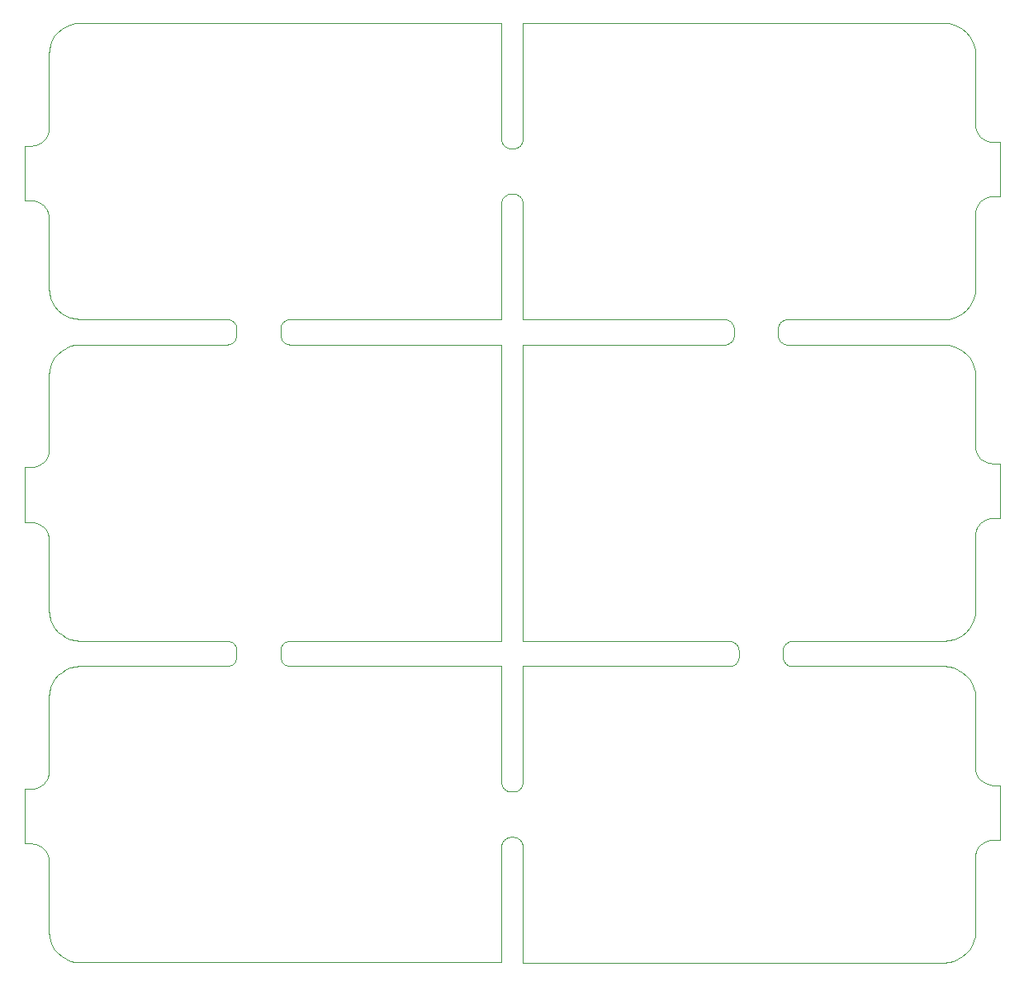
<source format=gko>
%MOIN*%
%OFA0B0*%
%FSLAX44Y44*%
%IPPOS*%
%LPD*%
%ADD10C,0*%
D10*
X00019252Y00008395D02*
X00019252Y00008395D01*
X00019252Y00013073D01*
X00010729Y00013073D01*
X00010698Y00013074D01*
X00010667Y00013077D01*
X00010637Y00013083D01*
X00010607Y00013092D01*
X00010579Y00013102D01*
X00010551Y00013115D01*
X00010524Y00013130D01*
X00010498Y00013147D01*
X00010474Y00013166D01*
X00010451Y00013187D01*
X00010430Y00013209D01*
X00010411Y00013233D01*
X00010394Y00013259D01*
X00010379Y00013286D01*
X00010366Y00013314D01*
X00010355Y00013342D01*
X00010346Y00013372D01*
X00010340Y00013402D01*
X00010336Y00013433D01*
X00010335Y00013463D01*
X00010333Y00013700D01*
X00010334Y00013731D01*
X00010338Y00013761D01*
X00010343Y00013792D01*
X00010352Y00013822D01*
X00010362Y00013851D01*
X00010375Y00013879D01*
X00010390Y00013907D01*
X00010407Y00013932D01*
X00010426Y00013957D01*
X00010447Y00013980D01*
X00010470Y00014001D01*
X00010494Y00014020D01*
X00010520Y00014038D01*
X00010547Y00014053D01*
X00010575Y00014066D01*
X00010605Y00014077D01*
X00010634Y00014085D01*
X00010665Y00014091D01*
X00010696Y00014095D01*
X00010727Y00014096D01*
X00019252Y00014096D01*
X00019252Y00026065D01*
X00010729Y00026065D01*
X00010698Y00026066D01*
X00010667Y00026069D01*
X00010637Y00026075D01*
X00010607Y00026084D01*
X00010579Y00026094D01*
X00010551Y00026107D01*
X00010524Y00026122D01*
X00010498Y00026139D01*
X00010474Y00026158D01*
X00010451Y00026179D01*
X00010430Y00026201D01*
X00010411Y00026226D01*
X00010394Y00026251D01*
X00010379Y00026278D01*
X00010366Y00026306D01*
X00010355Y00026335D01*
X00010346Y00026364D01*
X00010340Y00026394D01*
X00010336Y00026425D01*
X00010335Y00026455D01*
X00010333Y00026692D01*
X00010334Y00026723D01*
X00010338Y00026754D01*
X00010343Y00026784D01*
X00010352Y00026814D01*
X00010362Y00026843D01*
X00010375Y00026872D01*
X00010390Y00026899D01*
X00010407Y00026925D01*
X00010426Y00026949D01*
X00010447Y00026972D01*
X00010470Y00026993D01*
X00010494Y00027012D01*
X00010520Y00027030D01*
X00010547Y00027045D01*
X00010575Y00027058D01*
X00010605Y00027069D01*
X00010634Y00027077D01*
X00010665Y00027083D01*
X00010696Y00027087D01*
X00010727Y00027088D01*
X00019252Y00027088D01*
X00019252Y00031762D01*
X00019254Y00031793D01*
X00019257Y00031823D01*
X00019263Y00031854D01*
X00019272Y00031884D01*
X00019282Y00031913D01*
X00019295Y00031941D01*
X00019310Y00031968D01*
X00019328Y00031993D01*
X00019347Y00032018D01*
X00019368Y00032040D01*
X00019390Y00032061D01*
X00019415Y00032080D01*
X00019440Y00032098D01*
X00019467Y00032113D01*
X00019495Y00032126D01*
X00019524Y00032136D01*
X00019554Y00032145D01*
X00019585Y00032151D01*
X00019615Y00032154D01*
X00019646Y00032156D01*
X00019723Y00032156D01*
X00019754Y00032154D01*
X00019785Y00032151D01*
X00019815Y00032145D01*
X00019845Y00032136D01*
X00019874Y00032126D01*
X00019902Y00032113D01*
X00019929Y00032098D01*
X00019954Y00032080D01*
X00019979Y00032061D01*
X00020001Y00032040D01*
X00020022Y00032018D01*
X00020041Y00031993D01*
X00020059Y00031968D01*
X00020074Y00031941D01*
X00020087Y00031913D01*
X00020097Y00031884D01*
X00020106Y00031854D01*
X00020112Y00031823D01*
X00020115Y00031793D01*
X00020117Y00031762D01*
X00020117Y00027084D01*
X00028247Y00027084D01*
X00028278Y00027083D01*
X00028308Y00027079D01*
X00028338Y00027073D01*
X00028368Y00027065D01*
X00028397Y00027054D01*
X00028425Y00027041D01*
X00028452Y00027026D01*
X00028477Y00027009D01*
X00028501Y00026990D01*
X00028524Y00026970D01*
X00028545Y00026947D01*
X00028564Y00026923D01*
X00028581Y00026898D01*
X00028597Y00026871D01*
X00028610Y00026843D01*
X00028621Y00026814D01*
X00028629Y00026785D01*
X00028635Y00026754D01*
X00028639Y00026724D01*
X00028640Y00026693D01*
X00028642Y00026457D01*
X00028641Y00026426D01*
X00028638Y00026395D01*
X00028632Y00026365D01*
X00028624Y00026335D01*
X00028613Y00026305D01*
X00028600Y00026277D01*
X00028585Y00026250D01*
X00028568Y00026224D01*
X00028549Y00026200D01*
X00028528Y00026177D01*
X00028505Y00026155D01*
X00028481Y00026136D01*
X00028455Y00026119D01*
X00028428Y00026104D01*
X00028400Y00026091D01*
X00028371Y00026080D01*
X00028341Y00026071D01*
X00028310Y00026065D01*
X00028280Y00026062D01*
X00028249Y00026060D01*
X00020117Y00026060D01*
X00020117Y00014092D01*
X00028444Y00014092D01*
X00028474Y00014091D01*
X00028505Y00014087D01*
X00028535Y00014081D01*
X00028565Y00014073D01*
X00028594Y00014062D01*
X00028622Y00014049D01*
X00028648Y00014034D01*
X00028674Y00014017D01*
X00028698Y00013998D01*
X00028721Y00013978D01*
X00028742Y00013955D01*
X00028761Y00013931D01*
X00028778Y00013905D01*
X00028794Y00013879D01*
X00028807Y00013851D01*
X00028817Y00013822D01*
X00028826Y00013792D01*
X00028832Y00013762D01*
X00028836Y00013732D01*
X00028837Y00013701D01*
X00028839Y00013465D01*
X00028838Y00013434D01*
X00028835Y00013403D01*
X00028829Y00013372D01*
X00028821Y00013342D01*
X00028810Y00013313D01*
X00028797Y00013285D01*
X00028782Y00013258D01*
X00028765Y00013232D01*
X00028746Y00013207D01*
X00028725Y00013185D01*
X00028702Y00013163D01*
X00028678Y00013144D01*
X00028652Y00013127D01*
X00028625Y00013111D01*
X00028597Y00013098D01*
X00028568Y00013088D01*
X00028538Y00013079D01*
X00028507Y00013073D01*
X00028476Y00013069D01*
X00028445Y00013068D01*
X00020117Y00013068D01*
X00020117Y00008395D01*
X00020115Y00008364D01*
X00020112Y00008333D01*
X00020106Y00008303D01*
X00020097Y00008273D01*
X00020087Y00008244D01*
X00020074Y00008216D01*
X00020059Y00008189D01*
X00020041Y00008163D01*
X00020022Y00008139D01*
X00020001Y00008116D01*
X00019979Y00008095D01*
X00019954Y00008076D01*
X00019929Y00008059D01*
X00019902Y00008044D01*
X00019874Y00008031D01*
X00019845Y00008020D01*
X00019815Y00008012D01*
X00019785Y00008006D01*
X00019754Y00008002D01*
X00019723Y00008001D01*
X00019646Y00008001D01*
X00019615Y00008002D01*
X00019585Y00008006D01*
X00019554Y00008012D01*
X00019524Y00008020D01*
X00019495Y00008031D01*
X00019467Y00008044D01*
X00019440Y00008059D01*
X00019415Y00008076D01*
X00019390Y00008095D01*
X00019368Y00008116D01*
X00019347Y00008139D01*
X00019328Y00008163D01*
X00019310Y00008189D01*
X00019295Y00008216D01*
X00019282Y00008244D01*
X00019272Y00008273D01*
X00019263Y00008303D01*
X00019257Y00008333D01*
X00019254Y00008364D01*
X00019252Y00008395D01*
X00002245Y00013073D02*
X00002245Y00013073D01*
X00002047Y00013057D01*
X00001855Y00013011D01*
X00001673Y00012935D01*
X00001504Y00012832D01*
X00001354Y00012704D01*
X00001225Y00012553D01*
X00001122Y00012385D01*
X00001046Y00012202D01*
X00001000Y00012010D01*
X00000985Y00011813D01*
X00000984Y00008818D01*
X00000975Y00008708D01*
X00000949Y00008599D01*
X00000907Y00008497D01*
X00000848Y00008402D01*
X00000776Y00008317D01*
X00000692Y00008245D01*
X00000597Y00008187D01*
X00000494Y00008144D01*
X00000386Y00008118D01*
X00000275Y00008110D01*
X00000000Y00008110D01*
X00000000Y00005905D01*
X00000276Y00005905D01*
X00000387Y00005896D01*
X00000495Y00005870D01*
X00000598Y00005828D01*
X00000693Y00005770D01*
X00000777Y00005697D01*
X00000849Y00005613D01*
X00000907Y00005518D01*
X00000950Y00005415D01*
X00000976Y00005307D01*
X00000985Y00005196D01*
X00000985Y00002364D01*
X00001000Y00002167D01*
X00001046Y00001975D01*
X00001122Y00001792D01*
X00001225Y00001623D01*
X00001354Y00001473D01*
X00001504Y00001345D01*
X00001673Y00001241D01*
X00001855Y00001166D01*
X00002047Y00001120D01*
X00002245Y00001104D01*
X00019252Y00001104D01*
X00019252Y00005778D01*
X00019254Y00005809D01*
X00019257Y00005839D01*
X00019263Y00005870D01*
X00019272Y00005899D01*
X00019282Y00005928D01*
X00019295Y00005956D01*
X00019310Y00005983D01*
X00019328Y00006009D01*
X00019347Y00006033D01*
X00019368Y00006056D01*
X00019390Y00006077D01*
X00019415Y00006096D01*
X00019440Y00006113D01*
X00019467Y00006128D01*
X00019495Y00006141D01*
X00019524Y00006152D01*
X00019554Y00006160D01*
X00019585Y00006167D01*
X00019615Y00006170D01*
X00019646Y00006171D01*
X00019723Y00006171D01*
X00019754Y00006170D01*
X00019785Y00006167D01*
X00019815Y00006160D01*
X00019845Y00006152D01*
X00019874Y00006141D01*
X00019902Y00006128D01*
X00019929Y00006113D01*
X00019954Y00006096D01*
X00019979Y00006077D01*
X00020001Y00006056D01*
X00020022Y00006033D01*
X00020041Y00006009D01*
X00020059Y00005983D01*
X00020074Y00005956D01*
X00020087Y00005928D01*
X00020097Y00005899D01*
X00020106Y00005870D01*
X00020112Y00005839D01*
X00020115Y00005809D01*
X00020117Y00005778D01*
X00020117Y00001100D01*
X00037125Y00001100D01*
X00037322Y00001115D01*
X00037514Y00001161D01*
X00037696Y00001237D01*
X00037865Y00001340D01*
X00038015Y00001469D01*
X00038144Y00001619D01*
X00038247Y00001788D01*
X00038323Y00001970D01*
X00038369Y00002162D01*
X00038384Y00002360D01*
X00038385Y00005354D01*
X00038394Y00005465D01*
X00038420Y00005573D01*
X00038463Y00005676D01*
X00038521Y00005770D01*
X00038593Y00005855D01*
X00038677Y00005927D01*
X00038772Y00005985D01*
X00038875Y00006028D01*
X00038983Y00006054D01*
X00039094Y00006062D01*
X00039370Y00006062D01*
X00039370Y00008267D01*
X00039093Y00008267D01*
X00038982Y00008276D01*
X00038874Y00008302D01*
X00038771Y00008344D01*
X00038676Y00008403D01*
X00038592Y00008475D01*
X00038520Y00008559D01*
X00038462Y00008654D01*
X00038419Y00008757D01*
X00038393Y00008865D01*
X00038384Y00008976D01*
X00038384Y00011808D01*
X00038369Y00012005D01*
X00038323Y00012198D01*
X00038247Y00012380D01*
X00038144Y00012549D01*
X00038015Y00012699D01*
X00037865Y00012828D01*
X00037696Y00012931D01*
X00037514Y00013006D01*
X00037322Y00013053D01*
X00037125Y00013068D01*
X00031002Y00013068D01*
X00030971Y00013069D01*
X00030941Y00013073D01*
X00030910Y00013079D01*
X00030880Y00013088D01*
X00030851Y00013098D01*
X00030823Y00013111D01*
X00030796Y00013127D01*
X00030770Y00013144D01*
X00030746Y00013163D01*
X00030723Y00013185D01*
X00030702Y00013207D01*
X00030683Y00013232D01*
X00030666Y00013258D01*
X00030651Y00013285D01*
X00030638Y00013313D01*
X00030627Y00013342D01*
X00030619Y00013372D01*
X00030613Y00013403D01*
X00030610Y00013434D01*
X00030609Y00013465D01*
X00030610Y00013701D01*
X00030612Y00013732D01*
X00030616Y00013762D01*
X00030622Y00013792D01*
X00030630Y00013822D01*
X00030641Y00013851D01*
X00030654Y00013879D01*
X00030669Y00013905D01*
X00030687Y00013931D01*
X00030706Y00013955D01*
X00030727Y00013978D01*
X00030749Y00013998D01*
X00030774Y00014017D01*
X00030799Y00014034D01*
X00030826Y00014049D01*
X00030854Y00014062D01*
X00030883Y00014073D01*
X00030913Y00014081D01*
X00030943Y00014087D01*
X00030973Y00014091D01*
X00031004Y00014092D01*
X00037125Y00014092D01*
X00037322Y00014107D01*
X00037514Y00014153D01*
X00037696Y00014229D01*
X00037865Y00014332D01*
X00038015Y00014461D01*
X00038144Y00014611D01*
X00038247Y00014780D01*
X00038323Y00014962D01*
X00038369Y00015155D01*
X00038384Y00015352D01*
X00038385Y00018346D01*
X00038394Y00018457D01*
X00038420Y00018565D01*
X00038463Y00018668D01*
X00038521Y00018763D01*
X00038593Y00018847D01*
X00038677Y00018919D01*
X00038772Y00018977D01*
X00038875Y00019020D01*
X00038983Y00019046D01*
X00039094Y00019055D01*
X00039370Y00019055D01*
X00039370Y00021259D01*
X00039093Y00021259D01*
X00038982Y00021268D01*
X00038874Y00021294D01*
X00038771Y00021337D01*
X00038676Y00021395D01*
X00038592Y00021467D01*
X00038520Y00021551D01*
X00038462Y00021646D01*
X00038419Y00021749D01*
X00038393Y00021857D01*
X00038384Y00021968D01*
X00038384Y00024800D01*
X00038369Y00024998D01*
X00038323Y00025190D01*
X00038247Y00025372D01*
X00038144Y00025541D01*
X00038015Y00025691D01*
X00037865Y00025820D01*
X00037696Y00025923D01*
X00037514Y00025999D01*
X00037322Y00026045D01*
X00037125Y00026060D01*
X00030806Y00026060D01*
X00030775Y00026062D01*
X00030744Y00026065D01*
X00030713Y00026071D01*
X00030683Y00026080D01*
X00030654Y00026091D01*
X00030626Y00026104D01*
X00030599Y00026119D01*
X00030573Y00026136D01*
X00030549Y00026155D01*
X00030526Y00026177D01*
X00030505Y00026200D01*
X00030486Y00026224D01*
X00030469Y00026250D01*
X00030454Y00026277D01*
X00030441Y00026305D01*
X00030430Y00026335D01*
X00030422Y00026365D01*
X00030416Y00026395D01*
X00030413Y00026426D01*
X00030412Y00026457D01*
X00030414Y00026693D01*
X00030415Y00026724D01*
X00030419Y00026754D01*
X00030425Y00026785D01*
X00030434Y00026814D01*
X00030444Y00026843D01*
X00030457Y00026871D01*
X00030473Y00026898D01*
X00030490Y00026923D01*
X00030509Y00026947D01*
X00030530Y00026970D01*
X00030553Y00026990D01*
X00030577Y00027009D01*
X00030602Y00027026D01*
X00030629Y00027041D01*
X00030657Y00027054D01*
X00030686Y00027065D01*
X00030716Y00027073D01*
X00030746Y00027079D01*
X00030777Y00027083D01*
X00030807Y00027084D01*
X00037125Y00027084D01*
X00037322Y00027099D01*
X00037514Y00027146D01*
X00037696Y00027221D01*
X00037865Y00027325D01*
X00038015Y00027453D01*
X00038144Y00027603D01*
X00038247Y00027772D01*
X00038323Y00027954D01*
X00038369Y00028147D01*
X00038384Y00028344D01*
X00038385Y00031338D01*
X00038394Y00031449D01*
X00038420Y00031557D01*
X00038463Y00031660D01*
X00038521Y00031755D01*
X00038593Y00031839D01*
X00038677Y00031911D01*
X00038772Y00031970D01*
X00038875Y00032012D01*
X00038983Y00032038D01*
X00039094Y00032047D01*
X00039370Y00032047D01*
X00039370Y00034251D01*
X00039093Y00034251D01*
X00038982Y00034260D01*
X00038874Y00034286D01*
X00038771Y00034329D01*
X00038676Y00034387D01*
X00038592Y00034459D01*
X00038520Y00034544D01*
X00038462Y00034638D01*
X00038419Y00034741D01*
X00038393Y00034849D01*
X00038384Y00034960D01*
X00038384Y00037793D01*
X00038369Y00037990D01*
X00038323Y00038182D01*
X00038247Y00038365D01*
X00038144Y00038533D01*
X00038015Y00038683D01*
X00037865Y00038812D01*
X00037696Y00038915D01*
X00037514Y00038991D01*
X00037322Y00039037D01*
X00037125Y00039052D01*
X00020117Y00039052D01*
X00020117Y00034379D01*
X00020115Y00034348D01*
X00020112Y00034317D01*
X00020106Y00034287D01*
X00020097Y00034257D01*
X00020087Y00034228D01*
X00020074Y00034200D01*
X00020059Y00034173D01*
X00020041Y00034147D01*
X00020022Y00034123D01*
X00020001Y00034100D01*
X00019979Y00034079D01*
X00019954Y00034060D01*
X00019929Y00034043D01*
X00019902Y00034028D01*
X00019874Y00034015D01*
X00019845Y00034004D01*
X00019815Y00033996D01*
X00019785Y00033990D01*
X00019754Y00033986D01*
X00019723Y00033985D01*
X00019646Y00033985D01*
X00019615Y00033986D01*
X00019585Y00033990D01*
X00019554Y00033996D01*
X00019524Y00034004D01*
X00019495Y00034015D01*
X00019467Y00034028D01*
X00019440Y00034043D01*
X00019415Y00034060D01*
X00019390Y00034079D01*
X00019368Y00034100D01*
X00019347Y00034123D01*
X00019328Y00034147D01*
X00019310Y00034173D01*
X00019295Y00034200D01*
X00019282Y00034228D01*
X00019272Y00034257D01*
X00019263Y00034287D01*
X00019257Y00034317D01*
X00019254Y00034348D01*
X00019252Y00034379D01*
X00019252Y00039057D01*
X00002245Y00039057D01*
X00002047Y00039041D01*
X00001855Y00038995D01*
X00001673Y00038920D01*
X00001504Y00038816D01*
X00001354Y00038688D01*
X00001225Y00038538D01*
X00001122Y00038369D01*
X00001046Y00038186D01*
X00001000Y00037994D01*
X00000985Y00037797D01*
X00000984Y00034803D01*
X00000975Y00034692D01*
X00000949Y00034584D01*
X00000907Y00034481D01*
X00000848Y00034386D01*
X00000776Y00034302D01*
X00000692Y00034229D01*
X00000597Y00034171D01*
X00000494Y00034129D01*
X00000386Y00034103D01*
X00000275Y00034094D01*
X00000000Y00034094D01*
X00000000Y00031889D01*
X00000276Y00031889D01*
X00000387Y00031881D01*
X00000495Y00031855D01*
X00000598Y00031812D01*
X00000693Y00031754D01*
X00000777Y00031682D01*
X00000849Y00031597D01*
X00000907Y00031502D01*
X00000950Y00031400D01*
X00000976Y00031291D01*
X00000985Y00031181D01*
X00000985Y00028348D01*
X00001000Y00028151D01*
X00001046Y00027959D01*
X00001122Y00027776D01*
X00001225Y00027608D01*
X00001354Y00027457D01*
X00001504Y00027329D01*
X00001673Y00027226D01*
X00001855Y00027150D01*
X00002047Y00027104D01*
X00002245Y00027088D01*
X00008170Y00027088D01*
X00008201Y00027087D01*
X00008232Y00027083D01*
X00008262Y00027077D01*
X00008292Y00027069D01*
X00008321Y00027058D01*
X00008349Y00027045D01*
X00008376Y00027030D01*
X00008402Y00027012D01*
X00008427Y00026993D01*
X00008449Y00026972D01*
X00008470Y00026949D01*
X00008489Y00026925D01*
X00008507Y00026899D01*
X00008522Y00026872D01*
X00008534Y00026843D01*
X00008545Y00026814D01*
X00008553Y00026784D01*
X00008559Y00026754D01*
X00008563Y00026723D01*
X00008564Y00026692D01*
X00008562Y00026455D01*
X00008560Y00026425D01*
X00008556Y00026394D01*
X00008550Y00026364D01*
X00008542Y00026335D01*
X00008531Y00026306D01*
X00008518Y00026278D01*
X00008503Y00026251D01*
X00008486Y00026226D01*
X00008466Y00026201D01*
X00008445Y00026179D01*
X00008423Y00026158D01*
X00008399Y00026139D01*
X00008373Y00026122D01*
X00008346Y00026107D01*
X00008318Y00026094D01*
X00008289Y00026084D01*
X00008260Y00026075D01*
X00008229Y00026069D01*
X00008199Y00026066D01*
X00008168Y00026065D01*
X00002245Y00026065D01*
X00002047Y00026049D01*
X00001855Y00026003D01*
X00001673Y00025927D01*
X00001504Y00025824D01*
X00001354Y00025696D01*
X00001225Y00025545D01*
X00001122Y00025377D01*
X00001046Y00025194D01*
X00001000Y00025002D01*
X00000985Y00024805D01*
X00000984Y00021811D01*
X00000975Y00021700D01*
X00000949Y00021592D01*
X00000907Y00021489D01*
X00000848Y00021394D01*
X00000776Y00021309D01*
X00000692Y00021237D01*
X00000597Y00021179D01*
X00000494Y00021137D01*
X00000386Y00021111D01*
X00000275Y00021102D01*
X00000000Y00021102D01*
X00000000Y00018897D01*
X00000276Y00018897D01*
X00000387Y00018888D01*
X00000495Y00018862D01*
X00000598Y00018820D01*
X00000693Y00018762D01*
X00000777Y00018690D01*
X00000849Y00018605D01*
X00000907Y00018510D01*
X00000950Y00018407D01*
X00000976Y00018299D01*
X00000985Y00018188D01*
X00000985Y00015356D01*
X00001000Y00015159D01*
X00001046Y00014967D01*
X00001122Y00014784D01*
X00001225Y00014616D01*
X00001354Y00014465D01*
X00001504Y00014337D01*
X00001673Y00014234D01*
X00001855Y00014158D01*
X00002047Y00014112D01*
X00002245Y00014096D01*
X00008170Y00014096D01*
X00008201Y00014095D01*
X00008232Y00014091D01*
X00008262Y00014085D01*
X00008292Y00014077D01*
X00008321Y00014066D01*
X00008349Y00014053D01*
X00008376Y00014038D01*
X00008402Y00014020D01*
X00008427Y00014001D01*
X00008449Y00013980D01*
X00008470Y00013957D01*
X00008489Y00013932D01*
X00008507Y00013907D01*
X00008522Y00013879D01*
X00008534Y00013851D01*
X00008545Y00013822D01*
X00008553Y00013792D01*
X00008559Y00013761D01*
X00008563Y00013731D01*
X00008564Y00013700D01*
X00008562Y00013463D01*
X00008560Y00013433D01*
X00008556Y00013402D01*
X00008550Y00013372D01*
X00008542Y00013342D01*
X00008531Y00013314D01*
X00008518Y00013286D01*
X00008503Y00013259D01*
X00008486Y00013233D01*
X00008466Y00013209D01*
X00008445Y00013187D01*
X00008423Y00013166D01*
X00008399Y00013147D01*
X00008373Y00013130D01*
X00008346Y00013115D01*
X00008318Y00013102D01*
X00008289Y00013092D01*
X00008260Y00013083D01*
X00008229Y00013077D01*
X00008199Y00013074D01*
X00008168Y00013073D01*
X00002245Y00013073D01*
M02*
</source>
